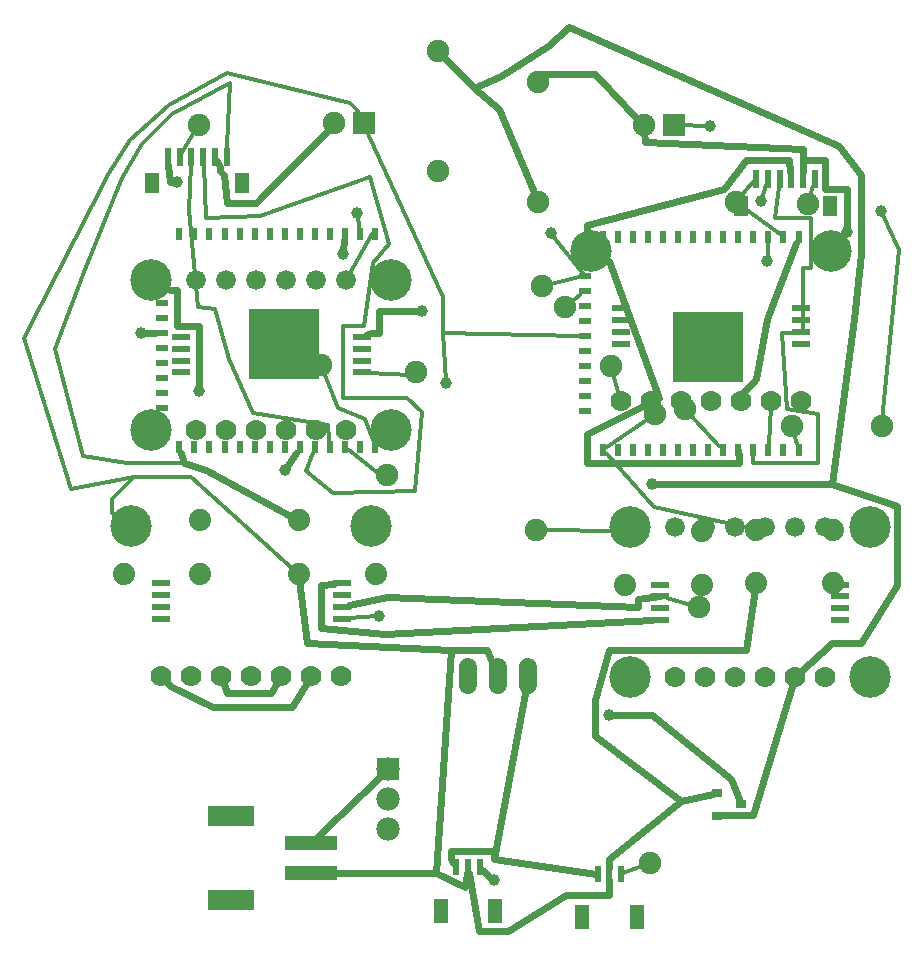
<source format=gtl>
G04 MADE WITH FRITZING*
G04 WWW.FRITZING.ORG*
G04 DOUBLE SIDED*
G04 HOLES PLATED*
G04 CONTOUR ON CENTER OF CONTOUR VECTOR*
%FSLAX26Y26*%
%MOIN*%
%ADD10C,0.138425*%
%ADD11C,0.070000*%
%ADD12C,0.066000*%
%ADD13C,0.053528*%
%ADD14C,0.078000*%
%ADD15C,0.075000*%
%ADD16C,0.074000*%
%ADD17C,0.039370*%
%ADD18R,0.023625X0.039361*%
%ADD19R,0.023611X0.039361*%
%ADD20R,0.023570X0.039361*%
%ADD21R,0.023597X0.039361*%
%ADD22R,0.023639X0.039361*%
%ADD23R,0.023681X0.039361*%
%ADD24R,0.023667X0.039361*%
%ADD25R,0.023653X0.039361*%
%ADD26R,0.039361X0.023639*%
%ADD27R,0.039361X0.023625*%
%ADD28R,0.039361X0.023611*%
%ADD29R,0.039361X0.023653*%
%ADD30R,0.023708X0.039361*%
%ADD31R,0.236972X0.236959*%
%ADD32R,0.061024X0.023622*%
%ADD33R,0.153543X0.070866*%
%ADD34R,0.177165X0.051181*%
%ADD35R,0.078000X0.078000*%
%ADD36R,0.075000X0.075000*%
%ADD37R,0.047244X0.078740*%
%ADD38R,0.023622X0.053150*%
%ADD39R,0.035433X0.031496*%
%ADD40R,0.047244X0.070866*%
%ADD41R,0.023622X0.061024*%
%ADD42C,0.012000*%
%ADD43C,0.024000*%
%ADD44R,0.001000X0.001000*%
G04 COPPER1*
%FSLAX26Y26*%
%MOIN*%
D10*
X2905800Y2589690D03*
D11*
X2805800Y2089690D03*
X2705800Y2089690D03*
D10*
X2105800Y2589690D03*
D11*
X2605800Y2089690D03*
X2505800Y2089690D03*
X2405800Y2089690D03*
X2305800Y2089690D03*
X2205800Y2089690D03*
D10*
X2905800Y2589690D03*
D11*
X2805800Y2089690D03*
X2705800Y2089690D03*
D10*
X2105800Y2589690D03*
D11*
X2605800Y2089690D03*
X2505800Y2089690D03*
X2405800Y2089690D03*
X2305800Y2089690D03*
X2205800Y2089690D03*
D10*
X1373770Y1672760D03*
D11*
X1273770Y1172760D03*
X1173770Y1172760D03*
D10*
X573767Y1672760D03*
D11*
X1073770Y1172760D03*
X973767Y1172760D03*
X873767Y1172760D03*
X773767Y1172760D03*
X673767Y1172760D03*
D10*
X1373770Y1672760D03*
D11*
X1273770Y1172760D03*
X1173770Y1172760D03*
D10*
X573767Y1672760D03*
D11*
X1073770Y1172760D03*
X973767Y1172760D03*
X873767Y1172760D03*
X773767Y1172760D03*
X673767Y1172760D03*
D10*
X2236540Y1667750D03*
X2236540Y1167750D03*
D12*
X2886540Y1667750D03*
X2786540Y1667750D03*
D10*
X3036540Y1667750D03*
D12*
X2686540Y1667750D03*
D10*
X3036540Y1167750D03*
D12*
X2586540Y1667750D03*
X2486540Y1667750D03*
X2386540Y1667750D03*
D11*
X2886540Y1167750D03*
X2786540Y1167750D03*
X2686540Y1167750D03*
X2586540Y1167750D03*
X2486540Y1167750D03*
X2386540Y1167750D03*
D10*
X2236540Y1667750D03*
X2236540Y1167750D03*
D12*
X2886540Y1667750D03*
X2786540Y1667750D03*
D10*
X3036540Y1667750D03*
D12*
X2686540Y1667750D03*
D10*
X3036540Y1167750D03*
D12*
X2586540Y1667750D03*
X2486540Y1667750D03*
X2386540Y1667750D03*
D11*
X2886540Y1167750D03*
X2786540Y1167750D03*
X2686540Y1167750D03*
X2586540Y1167750D03*
X2486540Y1167750D03*
X2386540Y1167750D03*
D10*
X640833Y2493296D03*
X640833Y1993300D03*
D12*
X1290830Y2493296D03*
X1190830Y2493296D03*
D10*
X1440830Y2493296D03*
D12*
X1090830Y2493296D03*
D10*
X1440830Y1993300D03*
D12*
X990833Y2493296D03*
X890833Y2493296D03*
X790833Y2493296D03*
D11*
X1290830Y1993300D03*
X1190830Y1993300D03*
X1090830Y1993300D03*
X990833Y1993300D03*
X890833Y1993300D03*
X790833Y1993300D03*
D10*
X640833Y2493296D03*
X640833Y1993300D03*
D12*
X1290830Y2493296D03*
X1190830Y2493296D03*
D10*
X1440830Y2493296D03*
D12*
X1090830Y2493296D03*
D10*
X1440830Y1993300D03*
D12*
X990833Y2493296D03*
X890833Y2493296D03*
X790833Y2493296D03*
D11*
X1290830Y1993300D03*
X1190830Y1993300D03*
X1090830Y1993300D03*
X990833Y1993300D03*
X890833Y1993300D03*
X790833Y1993300D03*
D13*
X1695690Y1171910D03*
X1795690Y1171910D03*
X1895670Y1171910D03*
D14*
X1430770Y862510D03*
X1430770Y762510D03*
X1430770Y662510D03*
D15*
X1929420Y2753741D03*
X1929420Y3153741D03*
X1929420Y2753741D03*
X1929420Y3153741D03*
X1596090Y3255118D03*
X1596090Y2855118D03*
X2381430Y3007933D03*
X2281430Y3007933D03*
X2381430Y3007933D03*
X2281430Y3007933D03*
X1350770Y3015250D03*
X1250770Y3015250D03*
X1350770Y3015250D03*
X1250770Y3015250D03*
D16*
X1131930Y1691090D03*
X1387930Y1691090D03*
X1131930Y1513090D03*
X1387930Y1513090D03*
X1131930Y1691090D03*
X1387930Y1691090D03*
X1131930Y1513090D03*
X1387930Y1513090D03*
X2656090Y1660420D03*
X2912090Y1660420D03*
X2656090Y1482420D03*
X2912090Y1482420D03*
X2656090Y1660420D03*
X2912090Y1660420D03*
X2656090Y1482420D03*
X2912090Y1482420D03*
X2220320Y1655310D03*
X2476320Y1655310D03*
X2220320Y1477310D03*
X2476320Y1477310D03*
X2220320Y1655310D03*
X2476320Y1655310D03*
X2220320Y1477310D03*
X2476320Y1477310D03*
X547956Y1691090D03*
X803956Y1691090D03*
X547956Y1513090D03*
X803956Y1513090D03*
X547956Y1691090D03*
X803956Y1691090D03*
X547956Y1513090D03*
X803956Y1513090D03*
D17*
X2166200Y1043680D03*
X1971410Y2649343D03*
X2503550Y3006336D03*
X1327210Y2715019D03*
X1398910Y1371990D03*
X1086200Y1859680D03*
X1278200Y2579680D03*
X3071220Y2721750D03*
X2672770Y2756229D03*
X2958200Y2651680D03*
X2694200Y2555680D03*
X1782200Y491680D03*
X798196Y2123680D03*
X1542200Y2387680D03*
X2598200Y2099680D03*
X606196Y2315680D03*
X1621750Y2147680D03*
X2310200Y1811680D03*
X726196Y2819680D03*
D15*
X2019090Y2401390D03*
X2302870Y550500D03*
X1941190Y2471156D03*
X1922590Y1659220D03*
X2417680Y2063760D03*
X2466040Y1402520D03*
X2320770Y2047060D03*
X2828890Y2744675D03*
X2171620Y2205930D03*
X2589010Y2752241D03*
X2775860Y2006820D03*
X3075860Y2006820D03*
X1425030Y1843920D03*
X1521920Y2186850D03*
X799067Y3009395D03*
X1205240Y2208570D03*
D18*
X1385953Y2647319D03*
D19*
X1335806Y2647319D03*
X1285646Y2647319D03*
D18*
X1235493Y2647319D03*
D20*
X1185325Y2647319D03*
D19*
X1135126Y2647319D03*
D21*
X1084979Y2647319D03*
D22*
X1034879Y2647319D03*
D23*
X984660Y2647319D03*
D24*
X934513Y2647319D03*
D25*
X884386Y2647319D03*
X834186Y2647319D03*
D22*
X784069Y2647319D03*
D21*
X733929Y2647319D03*
D26*
X675081Y2517569D03*
X675081Y2467416D03*
X675081Y2417231D03*
D27*
X675081Y2367087D03*
D28*
X675081Y2316944D03*
D26*
X675081Y2266761D03*
D29*
X675081Y2216604D03*
D26*
X675081Y2166471D03*
D29*
X675081Y2116314D03*
X675081Y2066144D03*
D21*
X733929Y1936389D03*
D22*
X784069Y1936389D03*
D25*
X834186Y1936389D03*
X884386Y1936389D03*
D24*
X934513Y1936389D03*
D30*
X984664Y1936389D03*
D22*
X1034879Y1936389D03*
D21*
X1084979Y1936389D03*
D19*
X1135126Y1936389D03*
D21*
X1185329Y1936389D03*
D18*
X1235493Y1936389D03*
D22*
X1285639Y1936389D03*
D19*
X1335806Y1936389D03*
D25*
X1385966Y1936389D03*
D31*
X1083886Y2280691D03*
D18*
X2797683Y2637099D03*
D19*
X2747536Y2637099D03*
X2697376Y2637099D03*
D18*
X2647223Y2637099D03*
D20*
X2597055Y2637099D03*
D19*
X2546856Y2637099D03*
D21*
X2496709Y2637099D03*
D22*
X2446609Y2637099D03*
D23*
X2396390Y2637099D03*
D24*
X2346243Y2637099D03*
D25*
X2296116Y2637099D03*
X2245916Y2637099D03*
D22*
X2195799Y2637099D03*
D21*
X2145659Y2637099D03*
D26*
X2086811Y2507349D03*
X2086811Y2457196D03*
X2086811Y2407011D03*
D27*
X2086811Y2356867D03*
D28*
X2086811Y2306724D03*
D26*
X2086811Y2256541D03*
D29*
X2086811Y2206384D03*
D26*
X2086811Y2156251D03*
D29*
X2086811Y2106094D03*
X2086811Y2055924D03*
D21*
X2145659Y1926169D03*
D22*
X2195799Y1926169D03*
D25*
X2245916Y1926169D03*
X2296116Y1926169D03*
D24*
X2346243Y1926169D03*
D30*
X2396394Y1926169D03*
D22*
X2446609Y1926169D03*
D21*
X2496709Y1926169D03*
D19*
X2546856Y1926169D03*
D21*
X2597059Y1926169D03*
D18*
X2647223Y1926169D03*
D22*
X2697369Y1926169D03*
D19*
X2747536Y1926169D03*
D25*
X2797696Y1926169D03*
D31*
X2495616Y2270461D03*
D32*
X2204762Y2280639D03*
X2204762Y2320009D03*
X2204762Y2359379D03*
X2204762Y2398749D03*
X2806822Y2398749D03*
X2806822Y2359379D03*
X2806822Y2320009D03*
X2806822Y2280639D03*
X2204762Y2280639D03*
X2204762Y2320009D03*
X2204762Y2359379D03*
X2204762Y2398749D03*
X2806822Y2398749D03*
X2806822Y2359379D03*
X2806822Y2320009D03*
X2806822Y2280639D03*
X672732Y1363709D03*
X672732Y1403079D03*
X672732Y1442439D03*
X672732Y1481819D03*
X1274792Y1481819D03*
X1274792Y1442449D03*
X1274792Y1403079D03*
X1274792Y1363709D03*
X672732Y1363709D03*
X672732Y1403079D03*
X672732Y1442439D03*
X672732Y1481819D03*
X1274792Y1481819D03*
X1274792Y1442449D03*
X1274792Y1403079D03*
X1274792Y1363709D03*
X2335502Y1358699D03*
X2335502Y1398069D03*
X2335502Y1437439D03*
X2335502Y1476809D03*
X2937562Y1476809D03*
X2937562Y1437439D03*
X2937562Y1398069D03*
X2937562Y1358699D03*
X2335502Y1358699D03*
X2335502Y1398069D03*
X2335502Y1437439D03*
X2335502Y1476809D03*
X2937562Y1476809D03*
X2937562Y1437439D03*
X2937562Y1398069D03*
X2937562Y1358699D03*
X739798Y2184239D03*
X739798Y2223609D03*
X739798Y2262979D03*
X739798Y2302349D03*
X1341852Y2302349D03*
X1341852Y2262979D03*
X1341852Y2223609D03*
X1341852Y2184239D03*
X739798Y2184239D03*
X739798Y2223609D03*
X739798Y2262979D03*
X739798Y2302349D03*
X1341852Y2302349D03*
X1341852Y2262979D03*
X1341852Y2223609D03*
X1341852Y2184239D03*
D33*
X904878Y705767D03*
X904878Y426247D03*
D34*
X1172983Y615219D03*
X1172983Y516799D03*
D35*
X1430770Y862510D03*
D36*
X2381430Y3007933D03*
X2381430Y3007933D03*
X1350770Y3015250D03*
X1350770Y3015250D03*
D37*
X2077002Y367800D03*
X2258102Y367800D03*
D38*
X2128181Y512485D03*
X2167551Y512485D03*
X2206921Y512485D03*
D37*
X1604582Y390500D03*
X1785682Y390500D03*
D38*
X1655761Y535185D03*
X1695131Y535185D03*
X1734501Y535185D03*
D39*
X2607307Y744622D03*
X2524627Y707222D03*
X2524627Y782022D03*
D40*
X2604562Y2740662D03*
X2903772Y2740662D03*
D41*
X2655741Y2828261D03*
X2695111Y2828261D03*
X2734481Y2828261D03*
X2773851Y2828261D03*
X2813221Y2828261D03*
X2852591Y2828261D03*
D40*
X644052Y2814630D03*
X943264Y2814630D03*
D41*
X695233Y2902229D03*
X734603Y2902229D03*
X773973Y2902229D03*
X813343Y2902229D03*
X852713Y2902229D03*
X892083Y2902229D03*
D42*
X2731330Y2803304D02*
X2718200Y2699679D01*
D02*
X2718200Y2699679D02*
X2838200Y2699679D01*
D02*
X2838200Y2699679D02*
X2838200Y2531679D01*
D02*
X2838200Y2531679D02*
X2814200Y2531679D01*
D02*
X2814200Y2531679D02*
X2814200Y2315680D01*
D02*
X2814200Y2315680D02*
X2742200Y2315680D01*
D02*
X2742200Y2315680D02*
X2760540Y2061920D01*
D02*
X2760540Y2061920D02*
X2863400Y2045390D01*
D02*
X2863400Y2045390D02*
X2862200Y1883680D01*
D02*
X2862200Y1883680D02*
X2646200Y1883680D01*
D02*
X2646200Y1883680D02*
X2646200Y1907680D01*
D02*
X2646200Y1907680D02*
X2647220Y1926170D01*
D43*
D02*
X2770840Y2853217D02*
X2766200Y2891679D01*
D02*
X2766200Y2891679D02*
X2622200Y2891679D01*
D02*
X2622200Y2891679D02*
X2550200Y2795679D01*
D02*
X2550200Y2795679D02*
X2094200Y2675679D01*
D02*
X2094200Y2675679D02*
X2094200Y2555679D01*
D02*
X2094200Y2555679D02*
X2166200Y2555679D01*
D02*
X2166200Y2555679D02*
X2334200Y2099680D01*
D02*
X2334200Y2099680D02*
X2094200Y1979680D01*
D02*
X2094200Y1979680D02*
X2094200Y1883680D01*
D02*
X2094200Y1883680D02*
X2598200Y1883680D01*
D02*
X2598200Y1883680D02*
X2598200Y1907680D01*
D02*
X2598200Y1907680D02*
X2597060Y1926170D01*
D02*
X1417060Y849360D02*
X1193870Y635250D01*
D02*
X2121930Y513420D02*
X1782200Y563680D01*
D02*
X1782200Y563680D02*
X1782200Y587680D01*
D02*
X1782200Y587680D02*
X1638200Y587680D01*
D02*
X1638200Y587680D02*
X1638200Y563680D01*
D02*
X1638200Y563680D02*
X1649500Y545340D01*
D02*
X1891420Y1149070D02*
X1782210Y563680D01*
D02*
X2603240Y754820D02*
X2574200Y827680D01*
D02*
X2574200Y827680D02*
X2310200Y1043680D01*
D02*
X2310200Y1043680D02*
X2174070Y1043680D01*
D42*
D02*
X814435Y2877273D02*
X822198Y2699679D01*
D02*
X1001470Y2706341D02*
X1369260Y2837214D01*
D02*
X822200Y2699679D02*
X1001460Y2706342D01*
D02*
X1369260Y2837214D02*
X1431350Y2611684D01*
D02*
X1431360Y2611684D02*
X1380970Y2550497D01*
D02*
X1380970Y2550497D02*
X1350200Y2339680D01*
D02*
X1350200Y2339680D02*
X1278200Y2339680D01*
D02*
X1278200Y2339680D02*
X1278200Y2099680D01*
D02*
X1278200Y2099680D02*
X1494200Y2099680D01*
D02*
X1494200Y2099680D02*
X1542200Y2051680D01*
D02*
X1542200Y2051680D02*
X1519480Y1789460D01*
D02*
X1519480Y1789460D02*
X1245720Y1783570D01*
D02*
X1157410Y1857160D02*
X1177910Y1915320D01*
D02*
X1245720Y1783570D02*
X1157410Y1857160D01*
D43*
D02*
X1114370Y1700650D02*
X822204Y1859680D01*
D02*
X822200Y1859680D02*
X750200Y1883680D01*
D02*
X750200Y1883680D02*
X740430Y1915320D01*
D42*
D02*
X893497Y2927186D02*
X894203Y2939679D01*
D02*
X894200Y2939679D02*
X902273Y3147964D01*
D02*
X709711Y3045387D02*
X608934Y2946409D01*
D02*
X902278Y3147964D02*
X709721Y3045387D01*
D02*
X608933Y2946409D02*
X542348Y2833035D01*
D02*
X542356Y2833034D02*
X417324Y2520706D01*
D02*
X319656Y2261390D02*
X413954Y1904400D01*
D02*
X417322Y2520706D02*
X319656Y2261380D01*
D02*
X413956Y1904400D02*
X558201Y1883680D01*
D02*
X558200Y1883680D02*
X750200Y1883680D01*
D02*
X750200Y1883680D02*
X740430Y1915320D01*
D43*
D02*
X1090430Y1866320D02*
X1121930Y1915700D01*
D02*
X1279060Y2587506D02*
X1283320Y2626249D01*
D02*
X858969Y2889862D02*
X870195Y2867679D01*
D02*
X870200Y2867679D02*
X870200Y2855679D01*
D02*
X870200Y2855679D02*
X882200Y2843679D01*
D02*
X882200Y2843679D02*
X894200Y2747679D01*
D02*
X894200Y2747679D02*
X990200Y2747679D01*
D02*
X990200Y2747679D02*
X1238560Y3002713D01*
D02*
X2813620Y2853217D02*
X2814200Y2891679D01*
D02*
X2814200Y2891679D02*
X2886200Y2891679D01*
D02*
X2886200Y2891679D02*
X2886200Y2795679D01*
D02*
X2886200Y2795679D02*
X2958200Y2795679D01*
D02*
X2958200Y2795679D02*
X2958200Y2659553D01*
D42*
D02*
X2694510Y2563547D02*
X2696550Y2616029D01*
D43*
D02*
X2282910Y2990495D02*
X2286200Y2951680D01*
D02*
X2286200Y2951679D02*
X2814200Y2927679D01*
D02*
X2814200Y2927679D02*
X2813470Y2853217D01*
D02*
X1927270Y3171108D02*
X1926200Y3179679D01*
D02*
X1926200Y3179679D02*
X2118200Y3179679D01*
D02*
X2118200Y3179679D02*
X2269370Y3020617D01*
D02*
X1740750Y529490D02*
X1776380Y496990D01*
D02*
X798200Y2131550D02*
X798200Y2339680D01*
D02*
X798200Y2339680D02*
X726200Y2339680D01*
D02*
X726200Y2339680D02*
X726200Y2459680D01*
D02*
X726200Y2459680D02*
X702200Y2459680D01*
D02*
X702200Y2459680D02*
X696150Y2461410D01*
D02*
X1357050Y2308610D02*
X1374200Y2315670D01*
D02*
X1374200Y2315680D02*
X1398200Y2315680D01*
D02*
X1398200Y2315680D02*
X1398200Y2387680D01*
D02*
X1398200Y2387680D02*
X1534330Y2387680D01*
D02*
X1427410Y1437360D02*
X2262200Y1403680D01*
D02*
X1299750Y1408670D02*
X1427420Y1437360D01*
D02*
X2262200Y1403680D02*
X2262200Y1427680D01*
D02*
X2262200Y1427680D02*
X2335510Y1437430D01*
D02*
X2789710Y2616029D02*
X2694200Y2363680D01*
D02*
X2694200Y2363680D02*
X2655980Y2162200D01*
D02*
X2655980Y2162200D02*
X2603540Y2105460D01*
D02*
X1249830Y1479580D02*
X1206200Y1475680D01*
D02*
X1206200Y1475680D02*
X1206200Y1331680D01*
D02*
X1417830Y1310900D02*
X2310560Y1357390D01*
D02*
X1206200Y1331680D02*
X1417840Y1310900D01*
D02*
X880402Y1154220D02*
X894201Y1115680D01*
D02*
X894200Y1115680D02*
X1038200Y1115680D01*
D02*
X1038200Y1115680D02*
X1063350Y1156050D01*
D02*
X2512460Y779320D02*
X2406200Y755680D01*
D02*
X2406200Y755680D02*
X2166200Y563680D01*
D02*
X2166200Y563680D02*
X2167000Y533500D01*
D02*
X1699020Y514160D02*
X1734210Y323680D01*
D02*
X1734200Y323680D02*
X1830200Y323680D01*
D02*
X1830200Y323680D02*
X2022200Y443680D01*
D02*
X2022200Y443680D02*
X2166200Y443680D01*
D02*
X2166200Y443680D02*
X2167140Y491460D01*
D02*
X1256020Y516570D02*
X1590200Y515680D01*
D02*
X1590200Y515680D02*
X1686200Y467680D01*
D02*
X1686200Y467680D02*
X1692350Y514160D01*
D02*
X1786560Y1193280D02*
X1758200Y1259680D01*
D02*
X1758200Y1259680D02*
X1638200Y1259680D01*
D02*
X1638200Y1259680D02*
X1590200Y515680D01*
D02*
X2653080Y1462650D02*
X2622200Y1259680D01*
D02*
X2622200Y1259680D02*
X2166200Y1259680D01*
D02*
X2166200Y1259680D02*
X2118200Y1091680D01*
D02*
X2118200Y1091680D02*
X2118200Y971680D01*
D02*
X2118200Y971680D02*
X2406200Y755680D01*
D02*
X1134210Y1493220D02*
X1158200Y1283680D01*
D02*
X1158200Y1283680D02*
X1638200Y1259680D01*
D42*
D02*
X531197Y1702010D02*
X510201Y1715680D01*
D02*
X510200Y1715680D02*
X510200Y1763680D01*
D02*
X510200Y1763680D02*
X582200Y1835680D01*
D02*
X582200Y1835680D02*
X774200Y1835680D01*
D02*
X774200Y1835680D02*
X1117080Y1526480D01*
D43*
D02*
X654011Y2316560D02*
X614068Y2315830D01*
D42*
D02*
X1621400Y2155550D02*
X1614200Y2315680D01*
D02*
X1614200Y2315680D02*
X1614200Y2435680D01*
D02*
X1614200Y2435680D02*
X1326200Y3059679D01*
D02*
X1326200Y3059679D02*
X1302200Y3083679D01*
D02*
X893278Y3183956D02*
X700721Y3074180D01*
D02*
X1302200Y3083679D02*
X893276Y3183956D01*
D02*
X569900Y2960707D02*
X500692Y2848909D01*
D02*
X700722Y3074180D02*
X569901Y2960707D01*
D02*
X215256Y2298430D02*
X373542Y1796630D01*
D02*
X500689Y2848909D02*
X215254Y2298430D01*
D02*
X373544Y1796620D02*
X582203Y1835670D01*
D02*
X1342300Y3030565D02*
X1326200Y3059679D01*
D02*
X2065740Y2307120D02*
X1614210Y2315680D01*
D43*
D02*
X1922630Y2769869D02*
X1798860Y3063664D01*
D02*
X1798860Y3063664D02*
X1714490Y3131806D01*
D02*
X1805340Y3170745D02*
X1961100Y3271336D01*
D02*
X1961100Y3271335D02*
X2033030Y3337162D01*
D02*
X1714490Y3131806D02*
X1805350Y3170744D01*
D02*
X2033020Y3337163D02*
X2934200Y2939679D01*
D02*
X2934200Y2939679D02*
X3006200Y2843679D01*
D02*
X3006200Y2843679D02*
X3006200Y2579679D01*
D02*
X3006200Y2579679D02*
X2982200Y2363680D01*
D02*
X2982200Y2363680D02*
X2910200Y1811680D01*
D02*
X2910200Y1811680D02*
X2318070Y1811680D01*
D02*
X1608210Y3242495D02*
X1714490Y3131807D01*
D02*
X697339Y2877273D02*
X702197Y2819679D01*
D02*
X702200Y2819679D02*
X718326Y2819679D01*
D02*
X2800910Y1181210D02*
X2910200Y1283680D01*
D02*
X2910200Y1283680D02*
X3006200Y1283680D01*
D02*
X3006200Y1283680D02*
X3126200Y1475680D01*
D02*
X3126200Y1475680D02*
X3126200Y1739680D01*
D02*
X3126200Y1739680D02*
X2910200Y1811680D01*
D02*
X2536790Y707440D02*
X2550200Y707680D01*
D02*
X2550200Y707680D02*
X2646200Y707680D01*
D02*
X2646200Y707680D02*
X2780800Y1148920D01*
D02*
X686600Y1157830D02*
X702201Y1139680D01*
D02*
X702200Y1139680D02*
X846200Y1067680D01*
D02*
X846200Y1067680D02*
X1110200Y1067680D01*
D02*
X1110200Y1067680D02*
X1163580Y1155910D01*
D42*
D02*
X2065740Y2502110D02*
X1958170Y2475377D01*
D02*
X2200320Y1655580D02*
X1940090Y1658990D01*
D02*
X1391040Y1371470D02*
X1299750Y1365370D01*
D02*
X2200320Y1655580D02*
X1940090Y1658990D01*
D02*
X2315360Y1734420D02*
X2158840Y1911270D01*
D02*
X2636540Y1664670D02*
X2315350Y1734420D01*
D02*
X2286600Y544050D02*
X2213180Y514960D01*
D02*
X2032590Y2412510D02*
X2070790Y2443990D01*
D02*
X2415860Y2066250D02*
X2533660Y1940280D01*
D02*
X2449140Y1407050D02*
X2358910Y1431180D01*
D02*
X1328190Y2707208D02*
X1333120Y2668388D01*
D02*
X2495680Y3006439D02*
X2398930Y3007704D01*
D02*
X2086820Y2507348D02*
X1976380Y2643232D01*
D02*
X2600560Y2765393D02*
X2649490Y2821134D01*
D02*
X2833670Y2761510D02*
X2846340Y2806185D01*
D02*
X2306370Y2037130D02*
X2158840Y1935280D01*
D02*
X2200250Y2108580D02*
X2176570Y2189140D01*
D02*
X2734340Y2646688D02*
X2603180Y2741957D01*
D02*
X2675090Y2763748D02*
X2688860Y2808106D01*
D02*
X3133410Y2590919D02*
X3074600Y2714639D01*
D02*
X3077570Y2024240D02*
X3133410Y2590921D01*
D02*
X2780430Y1989930D02*
X2792000Y1947240D01*
D02*
X1504440Y2175970D02*
X1366810Y2182980D01*
D02*
X1398790Y1845390D02*
X1298840Y1925770D01*
D02*
X1407560Y1844890D02*
X1398790Y1845380D01*
D02*
X979933Y2050380D02*
X899859Y2228500D01*
D02*
X1228320Y2009530D02*
X979928Y2050390D01*
D02*
X852467Y2395190D02*
X795271Y2401730D01*
D02*
X795267Y2401730D02*
X765852Y2726936D01*
D02*
X899856Y2228510D02*
X852464Y2395200D01*
D02*
X765856Y2726934D02*
X772822Y2877273D01*
D02*
X1233420Y1957460D02*
X1228320Y2009530D01*
D02*
X1377370Y2644076D02*
X1300630Y2510368D01*
D02*
X1385950Y2647319D02*
X1377370Y2644076D01*
D02*
X790047Y2994398D02*
X740859Y2912619D01*
D02*
X1262190Y2064600D02*
X1211670Y2192300D01*
D02*
X1353980Y2028610D02*
X1262200Y2064600D01*
D02*
X1378660Y1957460D02*
X1353970Y2028620D01*
D02*
X2704790Y2070030D02*
X2698460Y1947240D01*
D44*
X1692500Y1232070D02*
X1698500Y1232070D01*
X1792500Y1232070D02*
X1798500Y1232070D01*
X1892500Y1232070D02*
X1898500Y1232070D01*
X1687500Y1231070D02*
X1703500Y1231070D01*
X1787500Y1231070D02*
X1803500Y1231070D01*
X1887500Y1231070D02*
X1903500Y1231070D01*
X1684500Y1230070D02*
X1706500Y1230070D01*
X1784500Y1230070D02*
X1806500Y1230070D01*
X1884500Y1230070D02*
X1906500Y1230070D01*
X1682500Y1229070D02*
X1708500Y1229070D01*
X1782500Y1229070D02*
X1808500Y1229070D01*
X1882500Y1229070D02*
X1908500Y1229070D01*
X1680500Y1228070D02*
X1710500Y1228070D01*
X1780500Y1228070D02*
X1810500Y1228070D01*
X1880500Y1228070D02*
X1910500Y1228070D01*
X1679500Y1227070D02*
X1711500Y1227070D01*
X1779500Y1227070D02*
X1811500Y1227070D01*
X1879500Y1227070D02*
X1911500Y1227070D01*
X1677500Y1226070D02*
X1713500Y1226070D01*
X1777500Y1226070D02*
X1813500Y1226070D01*
X1877500Y1226070D02*
X1913500Y1226070D01*
X1676500Y1225070D02*
X1714500Y1225070D01*
X1776500Y1225070D02*
X1814500Y1225070D01*
X1876500Y1225070D02*
X1914500Y1225070D01*
X1675500Y1224070D02*
X1715500Y1224070D01*
X1775500Y1224070D02*
X1815500Y1224070D01*
X1875500Y1224070D02*
X1915500Y1224070D01*
X1674500Y1223070D02*
X1716500Y1223070D01*
X1774500Y1223070D02*
X1816500Y1223070D01*
X1874500Y1223070D02*
X1916500Y1223070D01*
X1673500Y1222070D02*
X1717500Y1222070D01*
X1773500Y1222070D02*
X1817500Y1222070D01*
X1873500Y1222070D02*
X1917500Y1222070D01*
X1672500Y1221070D02*
X1718500Y1221070D01*
X1772500Y1221070D02*
X1818500Y1221070D01*
X1872500Y1221070D02*
X1918500Y1221070D01*
X1671500Y1220070D02*
X1719500Y1220070D01*
X1771500Y1220070D02*
X1818500Y1220070D01*
X1871500Y1220070D02*
X1918500Y1220070D01*
X1671500Y1219070D02*
X1719500Y1219070D01*
X1771500Y1219070D02*
X1819500Y1219070D01*
X1871500Y1219070D02*
X1919500Y1219070D01*
X1670500Y1218070D02*
X1720500Y1218070D01*
X1770500Y1218070D02*
X1820500Y1218070D01*
X1870500Y1218070D02*
X1920500Y1218070D01*
X1669500Y1217070D02*
X1720500Y1217070D01*
X1769500Y1217070D02*
X1820500Y1217070D01*
X1869500Y1217070D02*
X1920500Y1217070D01*
X1669500Y1216070D02*
X1721500Y1216070D01*
X1769500Y1216070D02*
X1821500Y1216070D01*
X1869500Y1216070D02*
X1921500Y1216070D01*
X1668500Y1215070D02*
X1722500Y1215070D01*
X1768500Y1215070D02*
X1821500Y1215070D01*
X1868500Y1215070D02*
X1921500Y1215070D01*
X1668500Y1214070D02*
X1722500Y1214070D01*
X1768500Y1214070D02*
X1822500Y1214070D01*
X1868500Y1214070D02*
X1922500Y1214070D01*
X1667500Y1213070D02*
X1722500Y1213070D01*
X1767500Y1213070D02*
X1822500Y1213070D01*
X1867500Y1213070D02*
X1922500Y1213070D01*
X1667500Y1212070D02*
X1723500Y1212070D01*
X1767500Y1212070D02*
X1823500Y1212070D01*
X1867500Y1212070D02*
X1923500Y1212070D01*
X1667500Y1211070D02*
X1723500Y1211070D01*
X1767500Y1211070D02*
X1823500Y1211070D01*
X1867500Y1211070D02*
X1923500Y1211070D01*
X1666500Y1210070D02*
X1723500Y1210070D01*
X1766500Y1210070D02*
X1823500Y1210070D01*
X1866500Y1210070D02*
X1923500Y1210070D01*
X1666500Y1209070D02*
X1724500Y1209070D01*
X1766500Y1209070D02*
X1824500Y1209070D01*
X1866500Y1209070D02*
X1924500Y1209070D01*
X1666500Y1208070D02*
X1724500Y1208070D01*
X1766500Y1208070D02*
X1824500Y1208070D01*
X1866500Y1208070D02*
X1924500Y1208070D01*
X1666500Y1207070D02*
X1724500Y1207070D01*
X1766500Y1207070D02*
X1824500Y1207070D01*
X1866500Y1207070D02*
X1924500Y1207070D01*
X1666500Y1206070D02*
X1724500Y1206070D01*
X1766500Y1206070D02*
X1824500Y1206070D01*
X1866500Y1206070D02*
X1924500Y1206070D01*
X1666500Y1205070D02*
X1724500Y1205070D01*
X1766500Y1205070D02*
X1824500Y1205070D01*
X1866500Y1205070D02*
X1924500Y1205070D01*
X1665500Y1204070D02*
X1724500Y1204070D01*
X1765500Y1204070D02*
X1824500Y1204070D01*
X1865500Y1204070D02*
X1924500Y1204070D01*
X1665500Y1203070D02*
X1724500Y1203070D01*
X1765500Y1203070D02*
X1824500Y1203070D01*
X1865500Y1203070D02*
X1924500Y1203070D01*
X1665500Y1202070D02*
X1724500Y1202070D01*
X1765500Y1202070D02*
X1824500Y1202070D01*
X1865500Y1202070D02*
X1924500Y1202070D01*
X1665500Y1201070D02*
X1724500Y1201070D01*
X1765500Y1201070D02*
X1824500Y1201070D01*
X1865500Y1201070D02*
X1924500Y1201070D01*
X1665500Y1200070D02*
X1724500Y1200070D01*
X1765500Y1200070D02*
X1824500Y1200070D01*
X1865500Y1200070D02*
X1924500Y1200070D01*
X1665500Y1199070D02*
X1724500Y1199070D01*
X1765500Y1199070D02*
X1824500Y1199070D01*
X1865500Y1199070D02*
X1924500Y1199070D01*
X1665500Y1198070D02*
X1724500Y1198070D01*
X1765500Y1198070D02*
X1824500Y1198070D01*
X1865500Y1198070D02*
X1924500Y1198070D01*
X1665500Y1197070D02*
X1724500Y1197070D01*
X1765500Y1197070D02*
X1824500Y1197070D01*
X1865500Y1197070D02*
X1924500Y1197070D01*
X1665500Y1196070D02*
X1724500Y1196070D01*
X1765500Y1196070D02*
X1824500Y1196070D01*
X1865500Y1196070D02*
X1924500Y1196070D01*
X1665500Y1195070D02*
X1724500Y1195070D01*
X1765500Y1195070D02*
X1824500Y1195070D01*
X1865500Y1195070D02*
X1924500Y1195070D01*
X1665500Y1194070D02*
X1724500Y1194070D01*
X1765500Y1194070D02*
X1824500Y1194070D01*
X1865500Y1194070D02*
X1924500Y1194070D01*
X1665500Y1193070D02*
X1724500Y1193070D01*
X1765500Y1193070D02*
X1824500Y1193070D01*
X1865500Y1193070D02*
X1924500Y1193070D01*
X1665500Y1192070D02*
X1692500Y1192070D01*
X1697500Y1192070D02*
X1724500Y1192070D01*
X1765500Y1192070D02*
X1792500Y1192070D01*
X1797500Y1192070D02*
X1824500Y1192070D01*
X1865500Y1192070D02*
X1892500Y1192070D01*
X1897500Y1192070D02*
X1924500Y1192070D01*
X1665500Y1191070D02*
X1688500Y1191070D01*
X1702500Y1191070D02*
X1724500Y1191070D01*
X1765500Y1191070D02*
X1788500Y1191070D01*
X1802500Y1191070D02*
X1824500Y1191070D01*
X1865500Y1191070D02*
X1888500Y1191070D01*
X1902500Y1191070D02*
X1924500Y1191070D01*
X1665500Y1190070D02*
X1685500Y1190070D01*
X1704500Y1190070D02*
X1724500Y1190070D01*
X1765500Y1190070D02*
X1785500Y1190070D01*
X1804500Y1190070D02*
X1824500Y1190070D01*
X1865500Y1190070D02*
X1885500Y1190070D01*
X1904500Y1190070D02*
X1924500Y1190070D01*
X1665500Y1189070D02*
X1684500Y1189070D01*
X1706500Y1189070D02*
X1724500Y1189070D01*
X1765500Y1189070D02*
X1784500Y1189070D01*
X1806500Y1189070D02*
X1824500Y1189070D01*
X1865500Y1189070D02*
X1884500Y1189070D01*
X1906500Y1189070D02*
X1924500Y1189070D01*
X1665500Y1188070D02*
X1682500Y1188070D01*
X1708500Y1188070D02*
X1724500Y1188070D01*
X1765500Y1188070D02*
X1782500Y1188070D01*
X1808500Y1188070D02*
X1824500Y1188070D01*
X1865500Y1188070D02*
X1882500Y1188070D01*
X1907500Y1188070D02*
X1924500Y1188070D01*
X1665500Y1187070D02*
X1681500Y1187070D01*
X1709500Y1187070D02*
X1724500Y1187070D01*
X1765500Y1187070D02*
X1781500Y1187070D01*
X1809500Y1187070D02*
X1824500Y1187070D01*
X1865500Y1187070D02*
X1881500Y1187070D01*
X1909500Y1187070D02*
X1924500Y1187070D01*
X1665500Y1186070D02*
X1680500Y1186070D01*
X1710500Y1186070D02*
X1724500Y1186070D01*
X1765500Y1186070D02*
X1780500Y1186070D01*
X1810500Y1186070D02*
X1824500Y1186070D01*
X1865500Y1186070D02*
X1880500Y1186070D01*
X1910500Y1186070D02*
X1924500Y1186070D01*
X1665500Y1185070D02*
X1679500Y1185070D01*
X1711500Y1185070D02*
X1724500Y1185070D01*
X1765500Y1185070D02*
X1779500Y1185070D01*
X1811500Y1185070D02*
X1824500Y1185070D01*
X1865500Y1185070D02*
X1879500Y1185070D01*
X1911500Y1185070D02*
X1924500Y1185070D01*
X1665500Y1184070D02*
X1678500Y1184070D01*
X1711500Y1184070D02*
X1724500Y1184070D01*
X1765500Y1184070D02*
X1778500Y1184070D01*
X1811500Y1184070D02*
X1824500Y1184070D01*
X1865500Y1184070D02*
X1878500Y1184070D01*
X1911500Y1184070D02*
X1924500Y1184070D01*
X1665500Y1183070D02*
X1678500Y1183070D01*
X1712500Y1183070D02*
X1724500Y1183070D01*
X1765500Y1183070D02*
X1778500Y1183070D01*
X1812500Y1183070D02*
X1824500Y1183070D01*
X1865500Y1183070D02*
X1878500Y1183070D01*
X1912500Y1183070D02*
X1924500Y1183070D01*
X1665500Y1182070D02*
X1677500Y1182070D01*
X1713500Y1182070D02*
X1724500Y1182070D01*
X1765500Y1182070D02*
X1777500Y1182070D01*
X1813500Y1182070D02*
X1824500Y1182070D01*
X1865500Y1182070D02*
X1877500Y1182070D01*
X1913500Y1182070D02*
X1924500Y1182070D01*
X1665500Y1181070D02*
X1677500Y1181070D01*
X1713500Y1181070D02*
X1724500Y1181070D01*
X1765500Y1181070D02*
X1777500Y1181070D01*
X1813500Y1181070D02*
X1824500Y1181070D01*
X1865500Y1181070D02*
X1876500Y1181070D01*
X1913500Y1181070D02*
X1924500Y1181070D01*
X1665500Y1180070D02*
X1676500Y1180070D01*
X1714500Y1180070D02*
X1724500Y1180070D01*
X1765500Y1180070D02*
X1776500Y1180070D01*
X1814500Y1180070D02*
X1824500Y1180070D01*
X1865500Y1180070D02*
X1876500Y1180070D01*
X1914500Y1180070D02*
X1924500Y1180070D01*
X1665500Y1179070D02*
X1676500Y1179070D01*
X1714500Y1179070D02*
X1724500Y1179070D01*
X1765500Y1179070D02*
X1776500Y1179070D01*
X1814500Y1179070D02*
X1824500Y1179070D01*
X1865500Y1179070D02*
X1876500Y1179070D01*
X1914500Y1179070D02*
X1924500Y1179070D01*
X1665500Y1178070D02*
X1675500Y1178070D01*
X1714500Y1178070D02*
X1724500Y1178070D01*
X1765500Y1178070D02*
X1775500Y1178070D01*
X1814500Y1178070D02*
X1824500Y1178070D01*
X1865500Y1178070D02*
X1875500Y1178070D01*
X1914500Y1178070D02*
X1924500Y1178070D01*
X1665500Y1177070D02*
X1675500Y1177070D01*
X1715500Y1177070D02*
X1724500Y1177070D01*
X1765500Y1177070D02*
X1775500Y1177070D01*
X1815500Y1177070D02*
X1824500Y1177070D01*
X1865500Y1177070D02*
X1875500Y1177070D01*
X1915500Y1177070D02*
X1924500Y1177070D01*
X1665500Y1176070D02*
X1675500Y1176070D01*
X1715500Y1176070D02*
X1724500Y1176070D01*
X1765500Y1176070D02*
X1775500Y1176070D01*
X1815500Y1176070D02*
X1824500Y1176070D01*
X1865500Y1176070D02*
X1875500Y1176070D01*
X1915500Y1176070D02*
X1924500Y1176070D01*
X1665500Y1175070D02*
X1675500Y1175070D01*
X1715500Y1175070D02*
X1724500Y1175070D01*
X1765500Y1175070D02*
X1775500Y1175070D01*
X1815500Y1175070D02*
X1824500Y1175070D01*
X1865500Y1175070D02*
X1875500Y1175070D01*
X1915500Y1175070D02*
X1924500Y1175070D01*
X1665500Y1174070D02*
X1675500Y1174070D01*
X1715500Y1174070D02*
X1724500Y1174070D01*
X1765500Y1174070D02*
X1775500Y1174070D01*
X1815500Y1174070D02*
X1824500Y1174070D01*
X1865500Y1174070D02*
X1875500Y1174070D01*
X1915500Y1174070D02*
X1924500Y1174070D01*
X1665500Y1173070D02*
X1674500Y1173070D01*
X1715500Y1173070D02*
X1724500Y1173070D01*
X1765500Y1173070D02*
X1774500Y1173070D01*
X1815500Y1173070D02*
X1824500Y1173070D01*
X1865500Y1173070D02*
X1874500Y1173070D01*
X1915500Y1173070D02*
X1924500Y1173070D01*
X1665500Y1172070D02*
X1674500Y1172070D01*
X1715500Y1172070D02*
X1724500Y1172070D01*
X1765500Y1172070D02*
X1774500Y1172070D01*
X1815500Y1172070D02*
X1824500Y1172070D01*
X1865500Y1172070D02*
X1874500Y1172070D01*
X1915500Y1172070D02*
X1924500Y1172070D01*
X1665500Y1171070D02*
X1675500Y1171070D01*
X1715500Y1171070D02*
X1724500Y1171070D01*
X1765500Y1171070D02*
X1775500Y1171070D01*
X1815500Y1171070D02*
X1824500Y1171070D01*
X1865500Y1171070D02*
X1874500Y1171070D01*
X1915500Y1171070D02*
X1924500Y1171070D01*
X1665500Y1170070D02*
X1675500Y1170070D01*
X1715500Y1170070D02*
X1724500Y1170070D01*
X1765500Y1170070D02*
X1775500Y1170070D01*
X1815500Y1170070D02*
X1824500Y1170070D01*
X1865500Y1170070D02*
X1875500Y1170070D01*
X1915500Y1170070D02*
X1924500Y1170070D01*
X1665500Y1169070D02*
X1675500Y1169070D01*
X1715500Y1169070D02*
X1724500Y1169070D01*
X1765500Y1169070D02*
X1775500Y1169070D01*
X1815500Y1169070D02*
X1824500Y1169070D01*
X1865500Y1169070D02*
X1875500Y1169070D01*
X1915500Y1169070D02*
X1924500Y1169070D01*
X1665500Y1168070D02*
X1675500Y1168070D01*
X1715500Y1168070D02*
X1724500Y1168070D01*
X1765500Y1168070D02*
X1775500Y1168070D01*
X1815500Y1168070D02*
X1824500Y1168070D01*
X1865500Y1168070D02*
X1875500Y1168070D01*
X1915500Y1168070D02*
X1924500Y1168070D01*
X1665500Y1167070D02*
X1675500Y1167070D01*
X1715500Y1167070D02*
X1724500Y1167070D01*
X1765500Y1167070D02*
X1775500Y1167070D01*
X1815500Y1167070D02*
X1824500Y1167070D01*
X1865500Y1167070D02*
X1875500Y1167070D01*
X1915500Y1167070D02*
X1924500Y1167070D01*
X1665500Y1166070D02*
X1675500Y1166070D01*
X1714500Y1166070D02*
X1724500Y1166070D01*
X1765500Y1166070D02*
X1775500Y1166070D01*
X1814500Y1166070D02*
X1824500Y1166070D01*
X1865500Y1166070D02*
X1875500Y1166070D01*
X1914500Y1166070D02*
X1924500Y1166070D01*
X1665500Y1165070D02*
X1676500Y1165070D01*
X1714500Y1165070D02*
X1724500Y1165070D01*
X1765500Y1165070D02*
X1776500Y1165070D01*
X1814500Y1165070D02*
X1824500Y1165070D01*
X1865500Y1165070D02*
X1876500Y1165070D01*
X1914500Y1165070D02*
X1924500Y1165070D01*
X1665500Y1164070D02*
X1676500Y1164070D01*
X1714500Y1164070D02*
X1724500Y1164070D01*
X1765500Y1164070D02*
X1776500Y1164070D01*
X1814500Y1164070D02*
X1824500Y1164070D01*
X1865500Y1164070D02*
X1876500Y1164070D01*
X1914500Y1164070D02*
X1924500Y1164070D01*
X1665500Y1163070D02*
X1677500Y1163070D01*
X1713500Y1163070D02*
X1724500Y1163070D01*
X1765500Y1163070D02*
X1777500Y1163070D01*
X1813500Y1163070D02*
X1824500Y1163070D01*
X1865500Y1163070D02*
X1877500Y1163070D01*
X1913500Y1163070D02*
X1924500Y1163070D01*
X1665500Y1162070D02*
X1677500Y1162070D01*
X1712500Y1162070D02*
X1724500Y1162070D01*
X1765500Y1162070D02*
X1777500Y1162070D01*
X1812500Y1162070D02*
X1824500Y1162070D01*
X1865500Y1162070D02*
X1877500Y1162070D01*
X1912500Y1162070D02*
X1924500Y1162070D01*
X1665500Y1161070D02*
X1678500Y1161070D01*
X1712500Y1161070D02*
X1724500Y1161070D01*
X1765500Y1161070D02*
X1778500Y1161070D01*
X1812500Y1161070D02*
X1824500Y1161070D01*
X1865500Y1161070D02*
X1878500Y1161070D01*
X1912500Y1161070D02*
X1924500Y1161070D01*
X1665500Y1160070D02*
X1679500Y1160070D01*
X1711500Y1160070D02*
X1724500Y1160070D01*
X1765500Y1160070D02*
X1779500Y1160070D01*
X1811500Y1160070D02*
X1824500Y1160070D01*
X1865500Y1160070D02*
X1879500Y1160070D01*
X1911500Y1160070D02*
X1924500Y1160070D01*
X1665500Y1159070D02*
X1679500Y1159070D01*
X1710500Y1159070D02*
X1724500Y1159070D01*
X1765500Y1159070D02*
X1779500Y1159070D01*
X1810500Y1159070D02*
X1824500Y1159070D01*
X1865500Y1159070D02*
X1879500Y1159070D01*
X1910500Y1159070D02*
X1924500Y1159070D01*
X1665500Y1158070D02*
X1680500Y1158070D01*
X1709500Y1158070D02*
X1724500Y1158070D01*
X1765500Y1158070D02*
X1780500Y1158070D01*
X1809500Y1158070D02*
X1824500Y1158070D01*
X1865500Y1158070D02*
X1880500Y1158070D01*
X1909500Y1158070D02*
X1924500Y1158070D01*
X1665500Y1157070D02*
X1682500Y1157070D01*
X1708500Y1157070D02*
X1724500Y1157070D01*
X1765500Y1157070D02*
X1782500Y1157070D01*
X1808500Y1157070D02*
X1824500Y1157070D01*
X1865500Y1157070D02*
X1882500Y1157070D01*
X1908500Y1157070D02*
X1924500Y1157070D01*
X1665500Y1156070D02*
X1683500Y1156070D01*
X1707500Y1156070D02*
X1724500Y1156070D01*
X1765500Y1156070D02*
X1783500Y1156070D01*
X1807500Y1156070D02*
X1824500Y1156070D01*
X1865500Y1156070D02*
X1883500Y1156070D01*
X1907500Y1156070D02*
X1924500Y1156070D01*
X1665500Y1155070D02*
X1684500Y1155070D01*
X1705500Y1155070D02*
X1724500Y1155070D01*
X1765500Y1155070D02*
X1784500Y1155070D01*
X1805500Y1155070D02*
X1824500Y1155070D01*
X1865500Y1155070D02*
X1884500Y1155070D01*
X1905500Y1155070D02*
X1924500Y1155070D01*
X1665500Y1154070D02*
X1686500Y1154070D01*
X1704500Y1154070D02*
X1724500Y1154070D01*
X1765500Y1154070D02*
X1786500Y1154070D01*
X1804500Y1154070D02*
X1824500Y1154070D01*
X1865500Y1154070D02*
X1886500Y1154070D01*
X1904500Y1154070D02*
X1924500Y1154070D01*
X1665500Y1153070D02*
X1689500Y1153070D01*
X1701500Y1153070D02*
X1724500Y1153070D01*
X1765500Y1153070D02*
X1789500Y1153070D01*
X1801500Y1153070D02*
X1824500Y1153070D01*
X1865500Y1153070D02*
X1889500Y1153070D01*
X1901500Y1153070D02*
X1924500Y1153070D01*
X1665500Y1152070D02*
X1724500Y1152070D01*
X1765500Y1152070D02*
X1824500Y1152070D01*
X1865500Y1152070D02*
X1924500Y1152070D01*
X1665500Y1151070D02*
X1724500Y1151070D01*
X1765500Y1151070D02*
X1824500Y1151070D01*
X1865500Y1151070D02*
X1924500Y1151070D01*
X1665500Y1150070D02*
X1724500Y1150070D01*
X1765500Y1150070D02*
X1824500Y1150070D01*
X1865500Y1150070D02*
X1924500Y1150070D01*
X1665500Y1149070D02*
X1724500Y1149070D01*
X1765500Y1149070D02*
X1824500Y1149070D01*
X1865500Y1149070D02*
X1924500Y1149070D01*
X1665500Y1148070D02*
X1724500Y1148070D01*
X1765500Y1148070D02*
X1824500Y1148070D01*
X1865500Y1148070D02*
X1924500Y1148070D01*
X1665500Y1147070D02*
X1724500Y1147070D01*
X1765500Y1147070D02*
X1824500Y1147070D01*
X1865500Y1147070D02*
X1924500Y1147070D01*
X1665500Y1146070D02*
X1724500Y1146070D01*
X1765500Y1146070D02*
X1824500Y1146070D01*
X1865500Y1146070D02*
X1924500Y1146070D01*
X1665500Y1145070D02*
X1724500Y1145070D01*
X1765500Y1145070D02*
X1824500Y1145070D01*
X1865500Y1145070D02*
X1924500Y1145070D01*
X1665500Y1144070D02*
X1724500Y1144070D01*
X1765500Y1144070D02*
X1824500Y1144070D01*
X1865500Y1144070D02*
X1924500Y1144070D01*
X1665500Y1143070D02*
X1724500Y1143070D01*
X1765500Y1143070D02*
X1824500Y1143070D01*
X1865500Y1143070D02*
X1924500Y1143070D01*
X1665500Y1142070D02*
X1724500Y1142070D01*
X1765500Y1142070D02*
X1824500Y1142070D01*
X1865500Y1142070D02*
X1924500Y1142070D01*
X1665500Y1141070D02*
X1724500Y1141070D01*
X1765500Y1141070D02*
X1824500Y1141070D01*
X1865500Y1141070D02*
X1924500Y1141070D01*
X1666500Y1140070D02*
X1724500Y1140070D01*
X1765500Y1140070D02*
X1824500Y1140070D01*
X1865500Y1140070D02*
X1924500Y1140070D01*
X1666500Y1139070D02*
X1724500Y1139070D01*
X1766500Y1139070D02*
X1824500Y1139070D01*
X1866500Y1139070D02*
X1924500Y1139070D01*
X1666500Y1138070D02*
X1724500Y1138070D01*
X1766500Y1138070D02*
X1824500Y1138070D01*
X1866500Y1138070D02*
X1924500Y1138070D01*
X1666500Y1137070D02*
X1724500Y1137070D01*
X1766500Y1137070D02*
X1824500Y1137070D01*
X1866500Y1137070D02*
X1924500Y1137070D01*
X1666500Y1136070D02*
X1724500Y1136070D01*
X1766500Y1136070D02*
X1824500Y1136070D01*
X1866500Y1136070D02*
X1924500Y1136070D01*
X1666500Y1135070D02*
X1723500Y1135070D01*
X1766500Y1135070D02*
X1823500Y1135070D01*
X1866500Y1135070D02*
X1923500Y1135070D01*
X1667500Y1134070D02*
X1723500Y1134070D01*
X1767500Y1134070D02*
X1823500Y1134070D01*
X1867500Y1134070D02*
X1923500Y1134070D01*
X1667500Y1133070D02*
X1723500Y1133070D01*
X1767500Y1133070D02*
X1823500Y1133070D01*
X1867500Y1133070D02*
X1923500Y1133070D01*
X1667500Y1132070D02*
X1723500Y1132070D01*
X1767500Y1132070D02*
X1823500Y1132070D01*
X1867500Y1132070D02*
X1923500Y1132070D01*
X1668500Y1131070D02*
X1722500Y1131070D01*
X1768500Y1131070D02*
X1822500Y1131070D01*
X1868500Y1131070D02*
X1922500Y1131070D01*
X1668500Y1130070D02*
X1722500Y1130070D01*
X1768500Y1130070D02*
X1822500Y1130070D01*
X1868500Y1130070D02*
X1922500Y1130070D01*
X1669500Y1129070D02*
X1721500Y1129070D01*
X1769500Y1129070D02*
X1821500Y1129070D01*
X1869500Y1129070D02*
X1921500Y1129070D01*
X1669500Y1128070D02*
X1721500Y1128070D01*
X1769500Y1128070D02*
X1821500Y1128070D01*
X1869500Y1128070D02*
X1921500Y1128070D01*
X1670500Y1127070D02*
X1720500Y1127070D01*
X1770500Y1127070D02*
X1820500Y1127070D01*
X1870500Y1127070D02*
X1920500Y1127070D01*
X1670500Y1126070D02*
X1720500Y1126070D01*
X1770500Y1126070D02*
X1820500Y1126070D01*
X1870500Y1126070D02*
X1920500Y1126070D01*
X1671500Y1125070D02*
X1719500Y1125070D01*
X1771500Y1125070D02*
X1819500Y1125070D01*
X1871500Y1125070D02*
X1919500Y1125070D01*
X1672500Y1124070D02*
X1718500Y1124070D01*
X1772500Y1124070D02*
X1818500Y1124070D01*
X1872500Y1124070D02*
X1918500Y1124070D01*
X1672500Y1123070D02*
X1717500Y1123070D01*
X1772500Y1123070D02*
X1817500Y1123070D01*
X1872500Y1123070D02*
X1917500Y1123070D01*
X1673500Y1122070D02*
X1716500Y1122070D01*
X1773500Y1122070D02*
X1816500Y1122070D01*
X1873500Y1122070D02*
X1916500Y1122070D01*
X1674500Y1121070D02*
X1716500Y1121070D01*
X1774500Y1121070D02*
X1816500Y1121070D01*
X1874500Y1121070D02*
X1916500Y1121070D01*
X1675500Y1120070D02*
X1714500Y1120070D01*
X1775500Y1120070D02*
X1814500Y1120070D01*
X1875500Y1120070D02*
X1914500Y1120070D01*
X1676500Y1119070D02*
X1713500Y1119070D01*
X1776500Y1119070D02*
X1813500Y1119070D01*
X1876500Y1119070D02*
X1913500Y1119070D01*
X1678500Y1118070D02*
X1712500Y1118070D01*
X1778500Y1118070D02*
X1812500Y1118070D01*
X1878500Y1118070D02*
X1912500Y1118070D01*
X1679500Y1117070D02*
X1711500Y1117070D01*
X1779500Y1117070D02*
X1811500Y1117070D01*
X1879500Y1117070D02*
X1911500Y1117070D01*
X1681500Y1116070D02*
X1709500Y1116070D01*
X1781500Y1116070D02*
X1809500Y1116070D01*
X1881500Y1116070D02*
X1909500Y1116070D01*
X1683500Y1115070D02*
X1707500Y1115070D01*
X1783500Y1115070D02*
X1807500Y1115070D01*
X1883500Y1115070D02*
X1907500Y1115070D01*
X1685500Y1114070D02*
X1704500Y1114070D01*
X1785500Y1114070D02*
X1804500Y1114070D01*
X1885500Y1114070D02*
X1904500Y1114070D01*
X1689500Y1113070D02*
X1701500Y1113070D01*
X1789500Y1113070D02*
X1801500Y1113070D01*
X1889500Y1113070D02*
X1901500Y1113070D01*
D02*
G04 End of Copper1*
M02*
</source>
